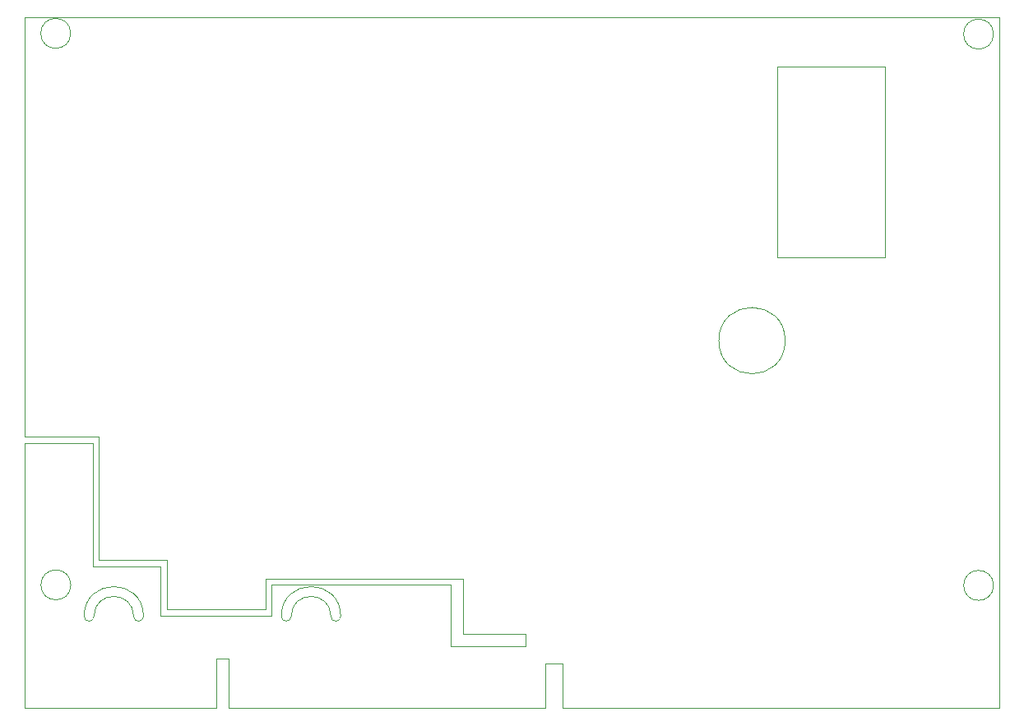
<source format=gbr>
%TF.GenerationSoftware,KiCad,Pcbnew,7.0.1*%
%TF.CreationDate,2023-09-22T18:52:24+02:00*%
%TF.ProjectId,Scheda Attivatore,53636865-6461-4204-9174-74697661746f,rev?*%
%TF.SameCoordinates,Original*%
%TF.FileFunction,Profile,NP*%
%FSLAX46Y46*%
G04 Gerber Fmt 4.6, Leading zero omitted, Abs format (unit mm)*
G04 Created by KiCad (PCBNEW 7.0.1) date 2023-09-22 18:52:24*
%MOMM*%
%LPD*%
G01*
G04 APERTURE LIST*
%TA.AperFunction,Profile*%
%ADD10C,0.100000*%
%TD*%
%TA.AperFunction,Profile*%
%ADD11C,0.120000*%
%TD*%
G04 APERTURE END LIST*
D10*
X154686000Y-128270000D02*
X159512000Y-128270000D01*
X186214606Y-96765490D02*
G75*
G03*
X186214606Y-96765490I-3414606J0D01*
G01*
X153035000Y-127000000D02*
X153035000Y-121285000D01*
X163322000Y-134620000D02*
X208280000Y-134620000D01*
X132715000Y-121285000D02*
X132715000Y-124460000D01*
X161544000Y-131064000D02*
X161544000Y-134620000D01*
X127635000Y-134620000D02*
X127635000Y-130810000D01*
X127635000Y-129540000D02*
X128905000Y-129540000D01*
X133350000Y-125095000D02*
X133350000Y-121920000D01*
X196469000Y-68580000D02*
X196469000Y-88201500D01*
X196469000Y-88201500D02*
X185420000Y-88201500D01*
X107950000Y-106680000D02*
X107950000Y-63500000D01*
X107950000Y-107315000D02*
X107950000Y-134620000D01*
X159385000Y-127000000D02*
X153035000Y-127000000D01*
X115570000Y-119380000D02*
X115570000Y-106680000D01*
X112665000Y-65125600D02*
G75*
G03*
X112665000Y-65125600I-1540000J0D01*
G01*
X133350000Y-121920000D02*
X151765000Y-121920000D01*
X127635000Y-134620000D02*
X107950000Y-134620000D01*
X163322000Y-134620000D02*
X163322000Y-130175000D01*
X159385000Y-127000000D02*
X159512000Y-127000000D01*
X127635000Y-130810000D02*
X127635000Y-129540000D01*
X114935000Y-120015000D02*
X121920000Y-120015000D01*
X121920000Y-120015000D02*
X121920000Y-125095000D01*
X151765000Y-128270000D02*
X154686000Y-128270000D01*
X208280000Y-63500000D02*
X208280000Y-134620000D01*
X207661000Y-121970800D02*
G75*
G03*
X207661000Y-121970800I-1540000J0D01*
G01*
X159512000Y-127000000D02*
X159512000Y-128270000D01*
X153035000Y-121285000D02*
X132715000Y-121285000D01*
X163322000Y-130048000D02*
X163322000Y-130175000D01*
X112681000Y-121920000D02*
G75*
G03*
X112681000Y-121920000I-1540000J0D01*
G01*
X132715000Y-124460000D02*
X122555000Y-124460000D01*
X207661000Y-65200000D02*
G75*
G03*
X207661000Y-65200000I-1540000J0D01*
G01*
X161544000Y-130048000D02*
X163322000Y-130048000D01*
X114935000Y-107315000D02*
X114935000Y-120015000D01*
X185420000Y-68580000D02*
X196469000Y-68580000D01*
X115570000Y-106680000D02*
X107950000Y-106680000D01*
X161544000Y-134620000D02*
X128905000Y-134620000D01*
X107950000Y-107315000D02*
X114935000Y-107315000D01*
X107950000Y-63500000D02*
X208280000Y-63500000D01*
X122555000Y-124460000D02*
X122555000Y-119380000D01*
X128905000Y-129540000D02*
X128905000Y-134620000D01*
X121920000Y-125095000D02*
X133350000Y-125095000D01*
X122555000Y-119380000D02*
X115570000Y-119380000D01*
X185420000Y-88201500D02*
X185420000Y-68580000D01*
X161544000Y-131064000D02*
X161544000Y-130048000D01*
X151765000Y-121920000D02*
X151765000Y-128270000D01*
D11*
%TO.C,U10*%
X120157813Y-125145800D02*
G75*
G03*
X114046001Y-125145800I-3055906J0D01*
G01*
X114046000Y-125145800D02*
G75*
G03*
X115062000Y-125145800I508000J0D01*
G01*
X119141814Y-125145800D02*
G75*
G03*
X115062000Y-125145800I-2039907J-1D01*
G01*
X119141813Y-125145800D02*
G75*
G03*
X120157813Y-125145800I508000J0D01*
G01*
X140462000Y-125145800D02*
G75*
G03*
X134350188Y-125145800I-3055906J0D01*
G01*
X134350189Y-125145800D02*
G75*
G03*
X135366187Y-125145800I507999J10D01*
G01*
X139446001Y-125145800D02*
G75*
G03*
X135366187Y-125145800I-2039907J-1D01*
G01*
X139446000Y-125145800D02*
G75*
G03*
X140462000Y-125145800I508000J0D01*
G01*
%TD*%
M02*

</source>
